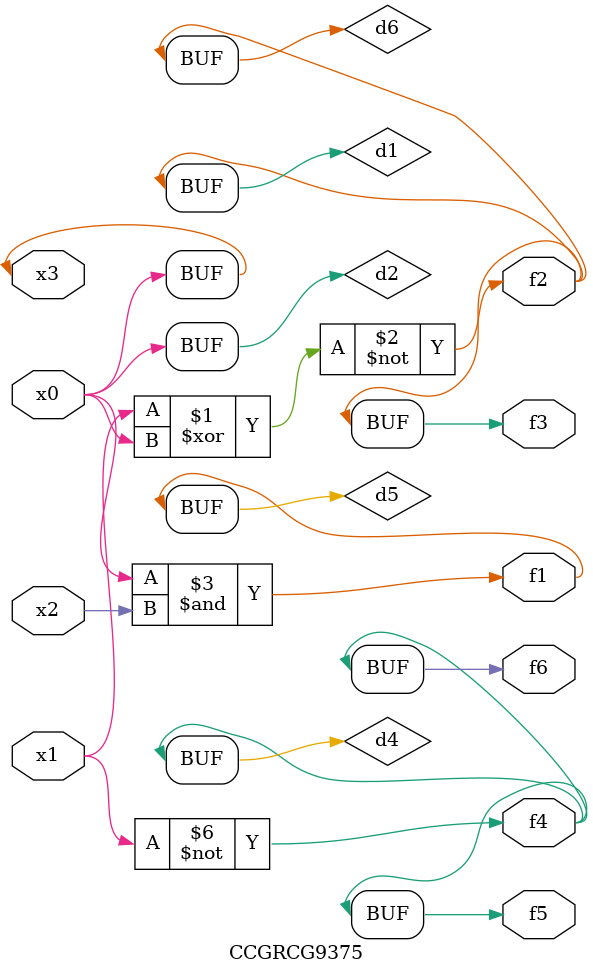
<source format=v>
module CCGRCG9375(
	input x0, x1, x2, x3,
	output f1, f2, f3, f4, f5, f6
);

	wire d1, d2, d3, d4, d5, d6;

	xnor (d1, x1, x3);
	buf (d2, x0, x3);
	nand (d3, x0, x2);
	not (d4, x1);
	nand (d5, d3);
	or (d6, d1);
	assign f1 = d5;
	assign f2 = d6;
	assign f3 = d6;
	assign f4 = d4;
	assign f5 = d4;
	assign f6 = d4;
endmodule

</source>
